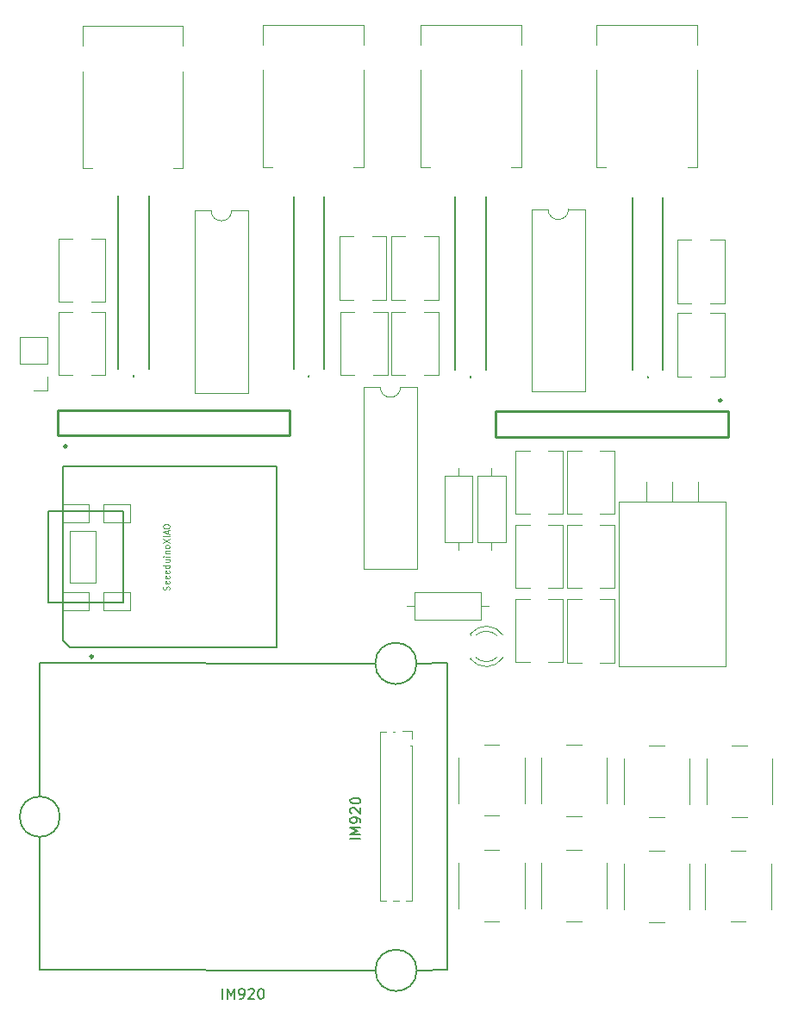
<source format=gbr>
%TF.GenerationSoftware,KiCad,Pcbnew,8.0.3*%
%TF.CreationDate,2024-06-19T10:23:01+09:00*%
%TF.ProjectId,md2,6d64322e-6b69-4636-9164-5f7063625858,rev?*%
%TF.SameCoordinates,Original*%
%TF.FileFunction,Legend,Top*%
%TF.FilePolarity,Positive*%
%FSLAX46Y46*%
G04 Gerber Fmt 4.6, Leading zero omitted, Abs format (unit mm)*
G04 Created by KiCad (PCBNEW 8.0.3) date 2024-06-19 10:23:01*
%MOMM*%
%LPD*%
G01*
G04 APERTURE LIST*
%ADD10C,0.150000*%
%ADD11C,0.076200*%
%ADD12C,0.200000*%
%ADD13C,0.120000*%
%ADD14C,0.100000*%
%ADD15C,0.254000*%
%ADD16C,0.127000*%
%ADD17C,0.066040*%
G04 APERTURE END LIST*
D10*
X142319114Y-113420886D02*
X109363800Y-113397800D01*
X146380886Y-113420886D02*
X149368800Y-113397800D01*
X111341196Y-128472700D02*
G75*
G02*
X107386404Y-128472700I-1977396J0D01*
G01*
X107386404Y-128472700D02*
G75*
G02*
X111341196Y-128472700I1977396J0D01*
G01*
X149368800Y-143547600D02*
X149368800Y-113397800D01*
X146380887Y-113420886D02*
G75*
G02*
X142319113Y-113420886I-2030887J0D01*
G01*
X142319113Y-113420886D02*
G75*
G02*
X146380887Y-113420886I2030887J0D01*
G01*
X146400887Y-143570000D02*
G75*
G02*
X142339113Y-143570000I-2030887J0D01*
G01*
X142339113Y-143570000D02*
G75*
G02*
X146400887Y-143570000I2030887J0D01*
G01*
X142339114Y-143570000D02*
X109363800Y-143547600D01*
X146400886Y-143570000D02*
X149368800Y-143547600D01*
X109363800Y-130450096D02*
X109363800Y-143547600D01*
X109363800Y-126495304D02*
X109363800Y-113397800D01*
X140869819Y-130663220D02*
X139869819Y-130663220D01*
X140869819Y-130187030D02*
X139869819Y-130187030D01*
X139869819Y-130187030D02*
X140584104Y-129853697D01*
X140584104Y-129853697D02*
X139869819Y-129520364D01*
X139869819Y-129520364D02*
X140869819Y-129520364D01*
X140869819Y-128996554D02*
X140869819Y-128806078D01*
X140869819Y-128806078D02*
X140822200Y-128710840D01*
X140822200Y-128710840D02*
X140774580Y-128663221D01*
X140774580Y-128663221D02*
X140631723Y-128567983D01*
X140631723Y-128567983D02*
X140441247Y-128520364D01*
X140441247Y-128520364D02*
X140060295Y-128520364D01*
X140060295Y-128520364D02*
X139965057Y-128567983D01*
X139965057Y-128567983D02*
X139917438Y-128615602D01*
X139917438Y-128615602D02*
X139869819Y-128710840D01*
X139869819Y-128710840D02*
X139869819Y-128901316D01*
X139869819Y-128901316D02*
X139917438Y-128996554D01*
X139917438Y-128996554D02*
X139965057Y-129044173D01*
X139965057Y-129044173D02*
X140060295Y-129091792D01*
X140060295Y-129091792D02*
X140298390Y-129091792D01*
X140298390Y-129091792D02*
X140393628Y-129044173D01*
X140393628Y-129044173D02*
X140441247Y-128996554D01*
X140441247Y-128996554D02*
X140488866Y-128901316D01*
X140488866Y-128901316D02*
X140488866Y-128710840D01*
X140488866Y-128710840D02*
X140441247Y-128615602D01*
X140441247Y-128615602D02*
X140393628Y-128567983D01*
X140393628Y-128567983D02*
X140298390Y-128520364D01*
X139965057Y-128139411D02*
X139917438Y-128091792D01*
X139917438Y-128091792D02*
X139869819Y-127996554D01*
X139869819Y-127996554D02*
X139869819Y-127758459D01*
X139869819Y-127758459D02*
X139917438Y-127663221D01*
X139917438Y-127663221D02*
X139965057Y-127615602D01*
X139965057Y-127615602D02*
X140060295Y-127567983D01*
X140060295Y-127567983D02*
X140155533Y-127567983D01*
X140155533Y-127567983D02*
X140298390Y-127615602D01*
X140298390Y-127615602D02*
X140869819Y-128187030D01*
X140869819Y-128187030D02*
X140869819Y-127567983D01*
X139869819Y-126948935D02*
X139869819Y-126853697D01*
X139869819Y-126853697D02*
X139917438Y-126758459D01*
X139917438Y-126758459D02*
X139965057Y-126710840D01*
X139965057Y-126710840D02*
X140060295Y-126663221D01*
X140060295Y-126663221D02*
X140250771Y-126615602D01*
X140250771Y-126615602D02*
X140488866Y-126615602D01*
X140488866Y-126615602D02*
X140679342Y-126663221D01*
X140679342Y-126663221D02*
X140774580Y-126710840D01*
X140774580Y-126710840D02*
X140822200Y-126758459D01*
X140822200Y-126758459D02*
X140869819Y-126853697D01*
X140869819Y-126853697D02*
X140869819Y-126948935D01*
X140869819Y-126948935D02*
X140822200Y-127044173D01*
X140822200Y-127044173D02*
X140774580Y-127091792D01*
X140774580Y-127091792D02*
X140679342Y-127139411D01*
X140679342Y-127139411D02*
X140488866Y-127187030D01*
X140488866Y-127187030D02*
X140250771Y-127187030D01*
X140250771Y-127187030D02*
X140060295Y-127139411D01*
X140060295Y-127139411D02*
X139965057Y-127091792D01*
X139965057Y-127091792D02*
X139917438Y-127044173D01*
X139917438Y-127044173D02*
X139869819Y-126948935D01*
X127336779Y-146369819D02*
X127336779Y-145369819D01*
X127812969Y-146369819D02*
X127812969Y-145369819D01*
X127812969Y-145369819D02*
X128146302Y-146084104D01*
X128146302Y-146084104D02*
X128479635Y-145369819D01*
X128479635Y-145369819D02*
X128479635Y-146369819D01*
X129003445Y-146369819D02*
X129193921Y-146369819D01*
X129193921Y-146369819D02*
X129289159Y-146322200D01*
X129289159Y-146322200D02*
X129336778Y-146274580D01*
X129336778Y-146274580D02*
X129432016Y-146131723D01*
X129432016Y-146131723D02*
X129479635Y-145941247D01*
X129479635Y-145941247D02*
X129479635Y-145560295D01*
X129479635Y-145560295D02*
X129432016Y-145465057D01*
X129432016Y-145465057D02*
X129384397Y-145417438D01*
X129384397Y-145417438D02*
X129289159Y-145369819D01*
X129289159Y-145369819D02*
X129098683Y-145369819D01*
X129098683Y-145369819D02*
X129003445Y-145417438D01*
X129003445Y-145417438D02*
X128955826Y-145465057D01*
X128955826Y-145465057D02*
X128908207Y-145560295D01*
X128908207Y-145560295D02*
X128908207Y-145798390D01*
X128908207Y-145798390D02*
X128955826Y-145893628D01*
X128955826Y-145893628D02*
X129003445Y-145941247D01*
X129003445Y-145941247D02*
X129098683Y-145988866D01*
X129098683Y-145988866D02*
X129289159Y-145988866D01*
X129289159Y-145988866D02*
X129384397Y-145941247D01*
X129384397Y-145941247D02*
X129432016Y-145893628D01*
X129432016Y-145893628D02*
X129479635Y-145798390D01*
X129860588Y-145465057D02*
X129908207Y-145417438D01*
X129908207Y-145417438D02*
X130003445Y-145369819D01*
X130003445Y-145369819D02*
X130241540Y-145369819D01*
X130241540Y-145369819D02*
X130336778Y-145417438D01*
X130336778Y-145417438D02*
X130384397Y-145465057D01*
X130384397Y-145465057D02*
X130432016Y-145560295D01*
X130432016Y-145560295D02*
X130432016Y-145655533D01*
X130432016Y-145655533D02*
X130384397Y-145798390D01*
X130384397Y-145798390D02*
X129812969Y-146369819D01*
X129812969Y-146369819D02*
X130432016Y-146369819D01*
X131051064Y-145369819D02*
X131146302Y-145369819D01*
X131146302Y-145369819D02*
X131241540Y-145417438D01*
X131241540Y-145417438D02*
X131289159Y-145465057D01*
X131289159Y-145465057D02*
X131336778Y-145560295D01*
X131336778Y-145560295D02*
X131384397Y-145750771D01*
X131384397Y-145750771D02*
X131384397Y-145988866D01*
X131384397Y-145988866D02*
X131336778Y-146179342D01*
X131336778Y-146179342D02*
X131289159Y-146274580D01*
X131289159Y-146274580D02*
X131241540Y-146322200D01*
X131241540Y-146322200D02*
X131146302Y-146369819D01*
X131146302Y-146369819D02*
X131051064Y-146369819D01*
X131051064Y-146369819D02*
X130955826Y-146322200D01*
X130955826Y-146322200D02*
X130908207Y-146274580D01*
X130908207Y-146274580D02*
X130860588Y-146179342D01*
X130860588Y-146179342D02*
X130812969Y-145988866D01*
X130812969Y-145988866D02*
X130812969Y-145750771D01*
X130812969Y-145750771D02*
X130860588Y-145560295D01*
X130860588Y-145560295D02*
X130908207Y-145465057D01*
X130908207Y-145465057D02*
X130955826Y-145417438D01*
X130955826Y-145417438D02*
X131051064Y-145369819D01*
D11*
X122072331Y-106196580D02*
X122101359Y-106109495D01*
X122101359Y-106109495D02*
X122101359Y-105964352D01*
X122101359Y-105964352D02*
X122072331Y-105906295D01*
X122072331Y-105906295D02*
X122043302Y-105877266D01*
X122043302Y-105877266D02*
X121985245Y-105848237D01*
X121985245Y-105848237D02*
X121927188Y-105848237D01*
X121927188Y-105848237D02*
X121869131Y-105877266D01*
X121869131Y-105877266D02*
X121840102Y-105906295D01*
X121840102Y-105906295D02*
X121811073Y-105964352D01*
X121811073Y-105964352D02*
X121782045Y-106080466D01*
X121782045Y-106080466D02*
X121753016Y-106138523D01*
X121753016Y-106138523D02*
X121723988Y-106167552D01*
X121723988Y-106167552D02*
X121665931Y-106196580D01*
X121665931Y-106196580D02*
X121607873Y-106196580D01*
X121607873Y-106196580D02*
X121549816Y-106167552D01*
X121549816Y-106167552D02*
X121520788Y-106138523D01*
X121520788Y-106138523D02*
X121491759Y-106080466D01*
X121491759Y-106080466D02*
X121491759Y-105935323D01*
X121491759Y-105935323D02*
X121520788Y-105848237D01*
X122072331Y-105354752D02*
X122101359Y-105412809D01*
X122101359Y-105412809D02*
X122101359Y-105528924D01*
X122101359Y-105528924D02*
X122072331Y-105586981D01*
X122072331Y-105586981D02*
X122014273Y-105616009D01*
X122014273Y-105616009D02*
X121782045Y-105616009D01*
X121782045Y-105616009D02*
X121723988Y-105586981D01*
X121723988Y-105586981D02*
X121694959Y-105528924D01*
X121694959Y-105528924D02*
X121694959Y-105412809D01*
X121694959Y-105412809D02*
X121723988Y-105354752D01*
X121723988Y-105354752D02*
X121782045Y-105325724D01*
X121782045Y-105325724D02*
X121840102Y-105325724D01*
X121840102Y-105325724D02*
X121898159Y-105616009D01*
X122072331Y-104832238D02*
X122101359Y-104890295D01*
X122101359Y-104890295D02*
X122101359Y-105006410D01*
X122101359Y-105006410D02*
X122072331Y-105064467D01*
X122072331Y-105064467D02*
X122014273Y-105093495D01*
X122014273Y-105093495D02*
X121782045Y-105093495D01*
X121782045Y-105093495D02*
X121723988Y-105064467D01*
X121723988Y-105064467D02*
X121694959Y-105006410D01*
X121694959Y-105006410D02*
X121694959Y-104890295D01*
X121694959Y-104890295D02*
X121723988Y-104832238D01*
X121723988Y-104832238D02*
X121782045Y-104803210D01*
X121782045Y-104803210D02*
X121840102Y-104803210D01*
X121840102Y-104803210D02*
X121898159Y-105093495D01*
X122072331Y-104309724D02*
X122101359Y-104367781D01*
X122101359Y-104367781D02*
X122101359Y-104483896D01*
X122101359Y-104483896D02*
X122072331Y-104541953D01*
X122072331Y-104541953D02*
X122014273Y-104570981D01*
X122014273Y-104570981D02*
X121782045Y-104570981D01*
X121782045Y-104570981D02*
X121723988Y-104541953D01*
X121723988Y-104541953D02*
X121694959Y-104483896D01*
X121694959Y-104483896D02*
X121694959Y-104367781D01*
X121694959Y-104367781D02*
X121723988Y-104309724D01*
X121723988Y-104309724D02*
X121782045Y-104280696D01*
X121782045Y-104280696D02*
X121840102Y-104280696D01*
X121840102Y-104280696D02*
X121898159Y-104570981D01*
X122101359Y-103758182D02*
X121491759Y-103758182D01*
X122072331Y-103758182D02*
X122101359Y-103816239D01*
X122101359Y-103816239D02*
X122101359Y-103932353D01*
X122101359Y-103932353D02*
X122072331Y-103990410D01*
X122072331Y-103990410D02*
X122043302Y-104019439D01*
X122043302Y-104019439D02*
X121985245Y-104048467D01*
X121985245Y-104048467D02*
X121811073Y-104048467D01*
X121811073Y-104048467D02*
X121753016Y-104019439D01*
X121753016Y-104019439D02*
X121723988Y-103990410D01*
X121723988Y-103990410D02*
X121694959Y-103932353D01*
X121694959Y-103932353D02*
X121694959Y-103816239D01*
X121694959Y-103816239D02*
X121723988Y-103758182D01*
X121694959Y-103206639D02*
X122101359Y-103206639D01*
X121694959Y-103467896D02*
X122014273Y-103467896D01*
X122014273Y-103467896D02*
X122072331Y-103438867D01*
X122072331Y-103438867D02*
X122101359Y-103380810D01*
X122101359Y-103380810D02*
X122101359Y-103293724D01*
X122101359Y-103293724D02*
X122072331Y-103235667D01*
X122072331Y-103235667D02*
X122043302Y-103206639D01*
X122101359Y-102916353D02*
X121694959Y-102916353D01*
X121491759Y-102916353D02*
X121520788Y-102945381D01*
X121520788Y-102945381D02*
X121549816Y-102916353D01*
X121549816Y-102916353D02*
X121520788Y-102887324D01*
X121520788Y-102887324D02*
X121491759Y-102916353D01*
X121491759Y-102916353D02*
X121549816Y-102916353D01*
X121694959Y-102626067D02*
X122101359Y-102626067D01*
X121753016Y-102626067D02*
X121723988Y-102597038D01*
X121723988Y-102597038D02*
X121694959Y-102538981D01*
X121694959Y-102538981D02*
X121694959Y-102451895D01*
X121694959Y-102451895D02*
X121723988Y-102393838D01*
X121723988Y-102393838D02*
X121782045Y-102364810D01*
X121782045Y-102364810D02*
X122101359Y-102364810D01*
X122101359Y-101987438D02*
X122072331Y-102045495D01*
X122072331Y-102045495D02*
X122043302Y-102074524D01*
X122043302Y-102074524D02*
X121985245Y-102103552D01*
X121985245Y-102103552D02*
X121811073Y-102103552D01*
X121811073Y-102103552D02*
X121753016Y-102074524D01*
X121753016Y-102074524D02*
X121723988Y-102045495D01*
X121723988Y-102045495D02*
X121694959Y-101987438D01*
X121694959Y-101987438D02*
X121694959Y-101900352D01*
X121694959Y-101900352D02*
X121723988Y-101842295D01*
X121723988Y-101842295D02*
X121753016Y-101813267D01*
X121753016Y-101813267D02*
X121811073Y-101784238D01*
X121811073Y-101784238D02*
X121985245Y-101784238D01*
X121985245Y-101784238D02*
X122043302Y-101813267D01*
X122043302Y-101813267D02*
X122072331Y-101842295D01*
X122072331Y-101842295D02*
X122101359Y-101900352D01*
X122101359Y-101900352D02*
X122101359Y-101987438D01*
X121491759Y-101581038D02*
X122101359Y-101174638D01*
X121491759Y-101174638D02*
X122101359Y-101581038D01*
X122101359Y-100942410D02*
X121491759Y-100942410D01*
X121927188Y-100681152D02*
X121927188Y-100390867D01*
X122101359Y-100739209D02*
X121491759Y-100536009D01*
X121491759Y-100536009D02*
X122101359Y-100332809D01*
X121491759Y-100013495D02*
X121491759Y-99897381D01*
X121491759Y-99897381D02*
X121520788Y-99839324D01*
X121520788Y-99839324D02*
X121578845Y-99781267D01*
X121578845Y-99781267D02*
X121694959Y-99752238D01*
X121694959Y-99752238D02*
X121898159Y-99752238D01*
X121898159Y-99752238D02*
X122014273Y-99781267D01*
X122014273Y-99781267D02*
X122072331Y-99839324D01*
X122072331Y-99839324D02*
X122101359Y-99897381D01*
X122101359Y-99897381D02*
X122101359Y-100013495D01*
X122101359Y-100013495D02*
X122072331Y-100071553D01*
X122072331Y-100071553D02*
X122014273Y-100129610D01*
X122014273Y-100129610D02*
X121898159Y-100158638D01*
X121898159Y-100158638D02*
X121694959Y-100158638D01*
X121694959Y-100158638D02*
X121578845Y-100129610D01*
X121578845Y-100129610D02*
X121520788Y-100071553D01*
X121520788Y-100071553D02*
X121491759Y-100013495D01*
D12*
%TO.C,IC6*%
X150200000Y-84580000D02*
X150200000Y-67580000D01*
X151700000Y-85200000D02*
X151700000Y-85200000D01*
X151700000Y-85300000D02*
X151700000Y-85300000D01*
X151700000Y-85300000D02*
X151700000Y-85300000D01*
X153200000Y-84580000D02*
X153200000Y-67580000D01*
X151700000Y-85200000D02*
G75*
G02*
X151700000Y-85300000I0J-50000D01*
G01*
X151700000Y-85200000D02*
G75*
G02*
X151700000Y-85300000I0J-50000D01*
G01*
X151700000Y-85300000D02*
G75*
G02*
X151700000Y-85200000I0J50000D01*
G01*
D13*
%TO.C,C15*%
X171979000Y-71780000D02*
X173375000Y-71780000D01*
X171979000Y-78020000D02*
X171979000Y-71780000D01*
X171979000Y-78020000D02*
X173375000Y-78020000D01*
X175225000Y-71780000D02*
X176621000Y-71780000D01*
X175225000Y-78020000D02*
X176621000Y-78020000D01*
X176621000Y-78020000D02*
X176621000Y-71780000D01*
%TO.C,R6*%
X152380000Y-94980000D02*
X152380000Y-101520000D01*
X152380000Y-101520000D02*
X155120000Y-101520000D01*
X153750000Y-94210000D02*
X153750000Y-94980000D01*
X153750000Y-102290000D02*
X153750000Y-101520000D01*
X155120000Y-94980000D02*
X152380000Y-94980000D01*
X155120000Y-101520000D02*
X155120000Y-94980000D01*
%TO.C,C2*%
X161178000Y-92506000D02*
X162574000Y-92506000D01*
X161178000Y-98746000D02*
X161178000Y-92506000D01*
X161178000Y-98746000D02*
X162574000Y-98746000D01*
X164424000Y-92506000D02*
X165820000Y-92506000D01*
X164424000Y-98746000D02*
X165820000Y-98746000D01*
X165820000Y-98746000D02*
X165820000Y-92506000D01*
%TO.C,SW7*%
X174721000Y-133052000D02*
X174721000Y-137552000D01*
X177221000Y-138802000D02*
X178721000Y-138802000D01*
X178721000Y-131802000D02*
X177221000Y-131802000D01*
X181221000Y-137552000D02*
X181221000Y-133052000D01*
%TO.C,C18*%
X143879000Y-78880000D02*
X145275000Y-78880000D01*
X143879000Y-85120000D02*
X143879000Y-78880000D01*
X143879000Y-85120000D02*
X145275000Y-85120000D01*
X147125000Y-78880000D02*
X148521000Y-78880000D01*
X147125000Y-85120000D02*
X148521000Y-85120000D01*
X148521000Y-85120000D02*
X148521000Y-78880000D01*
%TO.C,IC3*%
X141160000Y-86270000D02*
X141160000Y-104170000D01*
X141160000Y-104170000D02*
X146460000Y-104170000D01*
X142810000Y-86270000D02*
X141160000Y-86270000D01*
X146460000Y-86270000D02*
X144810000Y-86270000D01*
X146460000Y-104170000D02*
X146460000Y-86270000D01*
X144810000Y-86270000D02*
G75*
G02*
X142810000Y-86270000I-1000000J0D01*
G01*
%TO.C,C1*%
X156098000Y-92506000D02*
X157494000Y-92506000D01*
X156098000Y-98746000D02*
X156098000Y-92506000D01*
X156098000Y-98746000D02*
X157494000Y-98746000D01*
X159344000Y-92506000D02*
X160740000Y-92506000D01*
X159344000Y-98746000D02*
X160740000Y-98746000D01*
X160740000Y-98746000D02*
X160740000Y-92506000D01*
%TO.C,U1*%
X166250000Y-113670000D02*
X166250000Y-97560000D01*
X168960000Y-97560000D02*
X168960000Y-95600000D01*
X171500000Y-97560000D02*
X171500000Y-95600000D01*
X174040000Y-97560000D02*
X174040000Y-95600000D01*
X176750000Y-97560000D02*
X166250000Y-97560000D01*
X176750000Y-113670000D02*
X166250000Y-113670000D01*
X176750000Y-113670000D02*
X176750000Y-97560000D01*
%TO.C,J1*%
X107420000Y-83980000D02*
X107420000Y-81380000D01*
X110080000Y-81380000D02*
X107420000Y-81380000D01*
X110080000Y-83980000D02*
X107420000Y-83980000D01*
X110080000Y-83980000D02*
X110080000Y-81380000D01*
X110080000Y-85250000D02*
X110080000Y-86580000D01*
X110080000Y-86580000D02*
X108750000Y-86580000D01*
%TO.C,C7*%
X156098000Y-107071000D02*
X156098000Y-113311000D01*
X157494000Y-107071000D02*
X156098000Y-107071000D01*
X157494000Y-113311000D02*
X156098000Y-113311000D01*
X160740000Y-107071000D02*
X159344000Y-107071000D01*
X160740000Y-107071000D02*
X160740000Y-113311000D01*
X160740000Y-113311000D02*
X159344000Y-113311000D01*
%TO.C,SW2*%
X150514800Y-122638000D02*
X150514800Y-127138000D01*
X153014800Y-128388000D02*
X154514800Y-128388000D01*
X154514800Y-121388000D02*
X153014800Y-121388000D01*
X157014800Y-127138000D02*
X157014800Y-122638000D01*
D12*
%TO.C,IC7*%
X167600000Y-84620000D02*
X167600000Y-67620000D01*
X169100000Y-85240000D02*
X169100000Y-85240000D01*
X169100000Y-85340000D02*
X169100000Y-85340000D01*
X169100000Y-85340000D02*
X169100000Y-85340000D01*
X170600000Y-84620000D02*
X170600000Y-67620000D01*
X169100000Y-85240000D02*
G75*
G02*
X169100000Y-85340000I0J-50000D01*
G01*
X169100000Y-85240000D02*
G75*
G02*
X169100000Y-85340000I0J-50000D01*
G01*
X169100000Y-85340000D02*
G75*
G02*
X169100000Y-85240000I0J50000D01*
G01*
D13*
%TO.C,SW4*%
X158600000Y-122675000D02*
X158600000Y-127175000D01*
X161100000Y-128425000D02*
X162600000Y-128425000D01*
X162600000Y-121425000D02*
X161100000Y-121425000D01*
X165100000Y-127175000D02*
X165100000Y-122675000D01*
%TO.C,C13*%
X111179000Y-71680000D02*
X112575000Y-71680000D01*
X111179000Y-77920000D02*
X111179000Y-71680000D01*
X111179000Y-77920000D02*
X112575000Y-77920000D01*
X114425000Y-71680000D02*
X115821000Y-71680000D01*
X114425000Y-77920000D02*
X115821000Y-77920000D01*
X115821000Y-77920000D02*
X115821000Y-71680000D01*
%TO.C,C6*%
X161178000Y-107111000D02*
X161178000Y-113351000D01*
X162574000Y-107111000D02*
X161178000Y-107111000D01*
X162574000Y-113351000D02*
X161178000Y-113351000D01*
X165820000Y-107111000D02*
X164424000Y-107111000D01*
X165820000Y-107111000D02*
X165820000Y-113351000D01*
X165820000Y-113351000D02*
X164424000Y-113351000D01*
%TO.C,R12*%
X145380000Y-107750000D02*
X146150000Y-107750000D01*
X146150000Y-106380000D02*
X146150000Y-109120000D01*
X146150000Y-109120000D02*
X152690000Y-109120000D01*
X152690000Y-106380000D02*
X146150000Y-106380000D01*
X152690000Y-109120000D02*
X152690000Y-106380000D01*
X153460000Y-107750000D02*
X152690000Y-107750000D01*
%TO.C,SW6*%
X166720000Y-122765000D02*
X166720000Y-127265000D01*
X169220000Y-128515000D02*
X170720000Y-128515000D01*
X170720000Y-121515000D02*
X169220000Y-121515000D01*
X173220000Y-127265000D02*
X173220000Y-122765000D01*
%TO.C,C14*%
X111179000Y-78880000D02*
X112575000Y-78880000D01*
X111179000Y-85120000D02*
X111179000Y-78880000D01*
X111179000Y-85120000D02*
X112575000Y-85120000D01*
X114425000Y-78880000D02*
X115821000Y-78880000D01*
X114425000Y-85120000D02*
X115821000Y-85120000D01*
X115821000Y-85120000D02*
X115821000Y-78880000D01*
D14*
%TO.C,J8*%
X164050000Y-50701000D02*
X173950000Y-50701000D01*
X164050000Y-52651000D02*
X164050000Y-50701000D01*
X164050000Y-55151000D02*
X164050000Y-64650000D01*
X164050000Y-64650000D02*
X165000000Y-64650000D01*
X173000000Y-64650000D02*
X173950000Y-64650000D01*
X173950000Y-50701000D02*
X173950000Y-52651000D01*
X173950000Y-64650000D02*
X173950000Y-55151000D01*
D15*
%TO.C,RN1*%
X111135000Y-88555000D02*
X133945000Y-88555000D01*
X111135000Y-91045000D02*
X111135000Y-88555000D01*
X133945000Y-88555000D02*
X133945000Y-91045000D01*
X133945000Y-91045000D02*
X111135000Y-91045000D01*
X112008900Y-92101330D02*
G75*
G02*
X111764430Y-92101330I-122235J0D01*
G01*
X111764430Y-92101330D02*
G75*
G02*
X112008900Y-92101330I122235J0D01*
G01*
D13*
%TO.C,SW5*%
X166720000Y-133075000D02*
X166720000Y-137575000D01*
X169220000Y-138825000D02*
X170720000Y-138825000D01*
X170720000Y-131825000D02*
X169220000Y-131825000D01*
X173220000Y-137575000D02*
X173220000Y-133075000D01*
%TO.C,C4*%
X138879000Y-78880000D02*
X140275000Y-78880000D01*
X138879000Y-85120000D02*
X138879000Y-78880000D01*
X138879000Y-85120000D02*
X140275000Y-85120000D01*
X142125000Y-78880000D02*
X143521000Y-78880000D01*
X142125000Y-85120000D02*
X143521000Y-85120000D01*
X143521000Y-85120000D02*
X143521000Y-78880000D01*
%TO.C,C8*%
X138779000Y-71480000D02*
X140175000Y-71480000D01*
X138779000Y-77720000D02*
X138779000Y-71480000D01*
X138779000Y-77720000D02*
X140175000Y-77720000D01*
X142025000Y-71480000D02*
X143421000Y-71480000D01*
X142025000Y-77720000D02*
X143421000Y-77720000D01*
X143421000Y-77720000D02*
X143421000Y-71480000D01*
%TO.C,J3*%
X142780000Y-120145000D02*
X142780000Y-136775000D01*
X142780000Y-120145000D02*
X143422470Y-120145000D01*
X142780000Y-136775000D02*
X143422470Y-136775000D01*
X144037530Y-120145000D02*
X144240000Y-120145000D01*
X144037530Y-136775000D02*
X144692470Y-136775000D01*
X145000000Y-120080000D02*
X145950000Y-120080000D01*
X145307530Y-136775000D02*
X145950000Y-136775000D01*
X145760000Y-121475000D02*
X145950000Y-121475000D01*
X145950000Y-120080000D02*
X145950000Y-120840000D01*
X145950000Y-121475000D02*
X145950000Y-136775000D01*
%TO.C,C5*%
X161178000Y-99785000D02*
X162574000Y-99785000D01*
X161178000Y-106025000D02*
X161178000Y-99785000D01*
X161178000Y-106025000D02*
X162574000Y-106025000D01*
X164424000Y-99785000D02*
X165820000Y-99785000D01*
X164424000Y-106025000D02*
X165820000Y-106025000D01*
X165820000Y-106025000D02*
X165820000Y-99785000D01*
%TO.C,C3*%
X156098000Y-99785000D02*
X157494000Y-99785000D01*
X156098000Y-106025000D02*
X156098000Y-99785000D01*
X156098000Y-106025000D02*
X157494000Y-106025000D01*
X159344000Y-99785000D02*
X160740000Y-99785000D01*
X159344000Y-106025000D02*
X160740000Y-106025000D01*
X160740000Y-106025000D02*
X160740000Y-99785000D01*
D15*
%TO.C,RN2*%
X154155000Y-88655000D02*
X176965000Y-88655000D01*
X154155000Y-91145000D02*
X154155000Y-88655000D01*
X176965000Y-88655000D02*
X176965000Y-91145000D01*
X176965000Y-91145000D02*
X154155000Y-91145000D01*
X176335570Y-87598670D02*
G75*
G02*
X176091100Y-87598670I-122235J0D01*
G01*
X176091100Y-87598670D02*
G75*
G02*
X176335570Y-87598670I122235J0D01*
G01*
D13*
%TO.C,IC1*%
X124560000Y-68945000D02*
X124560000Y-86845000D01*
X124560000Y-86845000D02*
X129860000Y-86845000D01*
X126210000Y-68945000D02*
X124560000Y-68945000D01*
X129860000Y-68945000D02*
X128210000Y-68945000D01*
X129860000Y-86845000D02*
X129860000Y-68945000D01*
X128210000Y-68945000D02*
G75*
G02*
X126210000Y-68945000I-1000000J0D01*
G01*
D12*
%TO.C,IC4*%
X117100000Y-84500000D02*
X117100000Y-67500000D01*
X118600000Y-85120000D02*
X118600000Y-85120000D01*
X118600000Y-85220000D02*
X118600000Y-85220000D01*
X118600000Y-85220000D02*
X118600000Y-85220000D01*
X120100000Y-84500000D02*
X120100000Y-67500000D01*
X118600000Y-85120000D02*
G75*
G02*
X118600000Y-85220000I0J-50000D01*
G01*
X118600000Y-85120000D02*
G75*
G02*
X118600000Y-85220000I0J-50000D01*
G01*
X118600000Y-85220000D02*
G75*
G02*
X118600000Y-85120000I0J50000D01*
G01*
D13*
%TO.C,R7*%
X149130000Y-94980000D02*
X149130000Y-101520000D01*
X149130000Y-101520000D02*
X151870000Y-101520000D01*
X150500000Y-94210000D02*
X150500000Y-94980000D01*
X150500000Y-102290000D02*
X150500000Y-101520000D01*
X151870000Y-94980000D02*
X149130000Y-94980000D01*
X151870000Y-101520000D02*
X151870000Y-94980000D01*
D16*
%TO.C,U2*%
X110195190Y-98470990D02*
X117548490Y-98470990D01*
X110195190Y-107465130D02*
X110195190Y-98470990D01*
D17*
X111536310Y-99545410D02*
X111536310Y-97767410D01*
X111536310Y-108181410D02*
X111536310Y-106403410D01*
D16*
X111620130Y-94066630D02*
X111620130Y-111193850D01*
X111620130Y-111193850D02*
X112290690Y-111864410D01*
X112290690Y-111864410D02*
X132618310Y-111864410D01*
D17*
X112298310Y-105514410D02*
X112298310Y-100434410D01*
X114203310Y-97767410D02*
X111536310Y-97767410D01*
X114203310Y-99545410D02*
X111536310Y-99545410D01*
X114203310Y-99545410D02*
X114203310Y-97767410D01*
X114203310Y-106403410D02*
X111536310Y-106403410D01*
X114203310Y-108181410D02*
X111536310Y-108181410D01*
X114203310Y-108181410D02*
X114203310Y-106403410D01*
X114838310Y-100434410D02*
X112298310Y-100434410D01*
X114838310Y-105514410D02*
X112298310Y-105514410D01*
X114838310Y-105514410D02*
X114838310Y-100434410D01*
X115600310Y-99545410D02*
X115600310Y-97767410D01*
X115600310Y-108181410D02*
X115600310Y-106403410D01*
D16*
X117548490Y-98470990D02*
X117548490Y-107470210D01*
X117548490Y-107470210D02*
X110195190Y-107470210D01*
D17*
X118269850Y-97767410D02*
X115600310Y-97767410D01*
X118269850Y-99545410D02*
X115600310Y-99545410D01*
X118269850Y-99545410D02*
X118269850Y-97767410D01*
X118269850Y-106403410D02*
X115600310Y-106403410D01*
X118269850Y-108181410D02*
X115600310Y-108181410D01*
X118269850Y-108181410D02*
X118269850Y-106403410D01*
D16*
X132618310Y-94066630D02*
X111620130Y-94066630D01*
X132618310Y-111864410D02*
X132618310Y-94066630D01*
D15*
X114584310Y-112753410D02*
G75*
G02*
X114330310Y-112753410I-127000J0D01*
G01*
X114330310Y-112753410D02*
G75*
G02*
X114584310Y-112753410I127000J0D01*
G01*
D13*
%TO.C,IC2*%
X157660000Y-68810000D02*
X157660000Y-86710000D01*
X157660000Y-86710000D02*
X162960000Y-86710000D01*
X159310000Y-68810000D02*
X157660000Y-68810000D01*
X162960000Y-68810000D02*
X161310000Y-68810000D01*
X162960000Y-86710000D02*
X162960000Y-68810000D01*
X161310000Y-68810000D02*
G75*
G02*
X159310000Y-68810000I-1000000J0D01*
G01*
%TO.C,D1*%
X151670000Y-110514000D02*
X151670000Y-110670000D01*
X151670000Y-112830000D02*
X151670000Y-112986000D01*
X151670000Y-110514484D02*
G75*
G02*
X154902335Y-110671392I1560000J-1235516D01*
G01*
X152189039Y-110670000D02*
G75*
G02*
X154271130Y-110670163I1040961J-1080000D01*
G01*
X154271130Y-112829837D02*
G75*
G02*
X152189039Y-112830000I-1041130J1079837D01*
G01*
X154902335Y-112828608D02*
G75*
G02*
X151670000Y-112985516I-1672335J1078608D01*
G01*
D14*
%TO.C,J7*%
X146750000Y-50701000D02*
X156650000Y-50701000D01*
X146750000Y-52651000D02*
X146750000Y-50701000D01*
X146750000Y-55151000D02*
X146750000Y-64650000D01*
X146750000Y-64650000D02*
X147700000Y-64650000D01*
X155700000Y-64650000D02*
X156650000Y-64650000D01*
X156650000Y-50701000D02*
X156650000Y-52651000D01*
X156650000Y-64650000D02*
X156650000Y-55151000D01*
%TO.C,J5*%
X113550000Y-50801000D02*
X123450000Y-50801000D01*
X113550000Y-52751000D02*
X113550000Y-50801000D01*
X113550000Y-55251000D02*
X113550000Y-64750000D01*
X113550000Y-64750000D02*
X114500000Y-64750000D01*
X122500000Y-64750000D02*
X123450000Y-64750000D01*
X123450000Y-50801000D02*
X123450000Y-52751000D01*
X123450000Y-64750000D02*
X123450000Y-55251000D01*
D12*
%TO.C,IC5*%
X134300000Y-84520000D02*
X134300000Y-67520000D01*
X135800000Y-85140000D02*
X135800000Y-85140000D01*
X135800000Y-85240000D02*
X135800000Y-85240000D01*
X135800000Y-85240000D02*
X135800000Y-85240000D01*
X137300000Y-84520000D02*
X137300000Y-67520000D01*
X135800000Y-85140000D02*
G75*
G02*
X135800000Y-85240000I0J-50000D01*
G01*
X135800000Y-85140000D02*
G75*
G02*
X135800000Y-85240000I0J-50000D01*
G01*
X135800000Y-85240000D02*
G75*
G02*
X135800000Y-85140000I0J50000D01*
G01*
D13*
%TO.C,SW3*%
X158600000Y-133000000D02*
X158600000Y-137500000D01*
X161100000Y-138750000D02*
X162600000Y-138750000D01*
X162600000Y-131750000D02*
X161100000Y-131750000D01*
X165100000Y-137500000D02*
X165100000Y-133000000D01*
%TO.C,SW1*%
X150500000Y-133000000D02*
X150500000Y-137500000D01*
X153000000Y-138750000D02*
X154500000Y-138750000D01*
X154500000Y-131750000D02*
X153000000Y-131750000D01*
X157000000Y-137500000D02*
X157000000Y-133000000D01*
D14*
%TO.C,J6*%
X131250000Y-50701000D02*
X141150000Y-50701000D01*
X131250000Y-52651000D02*
X131250000Y-50701000D01*
X131250000Y-55151000D02*
X131250000Y-64650000D01*
X131250000Y-64650000D02*
X132200000Y-64650000D01*
X140200000Y-64650000D02*
X141150000Y-64650000D01*
X141150000Y-50701000D02*
X141150000Y-52651000D01*
X141150000Y-64650000D02*
X141150000Y-55151000D01*
D13*
%TO.C,C17*%
X143879000Y-71480000D02*
X145275000Y-71480000D01*
X143879000Y-77720000D02*
X143879000Y-71480000D01*
X143879000Y-77720000D02*
X145275000Y-77720000D01*
X147125000Y-71480000D02*
X148521000Y-71480000D01*
X147125000Y-77720000D02*
X148521000Y-77720000D01*
X148521000Y-77720000D02*
X148521000Y-71480000D01*
%TO.C,SW8*%
X174848000Y-122765000D02*
X174848000Y-127265000D01*
X177348000Y-128515000D02*
X178848000Y-128515000D01*
X178848000Y-121515000D02*
X177348000Y-121515000D01*
X181348000Y-127265000D02*
X181348000Y-122765000D01*
%TO.C,C16*%
X171979000Y-78980000D02*
X173375000Y-78980000D01*
X171979000Y-85220000D02*
X171979000Y-78980000D01*
X171979000Y-85220000D02*
X173375000Y-85220000D01*
X175225000Y-78980000D02*
X176621000Y-78980000D01*
X175225000Y-85220000D02*
X176621000Y-85220000D01*
X176621000Y-85220000D02*
X176621000Y-78980000D01*
%TD*%
M02*

</source>
